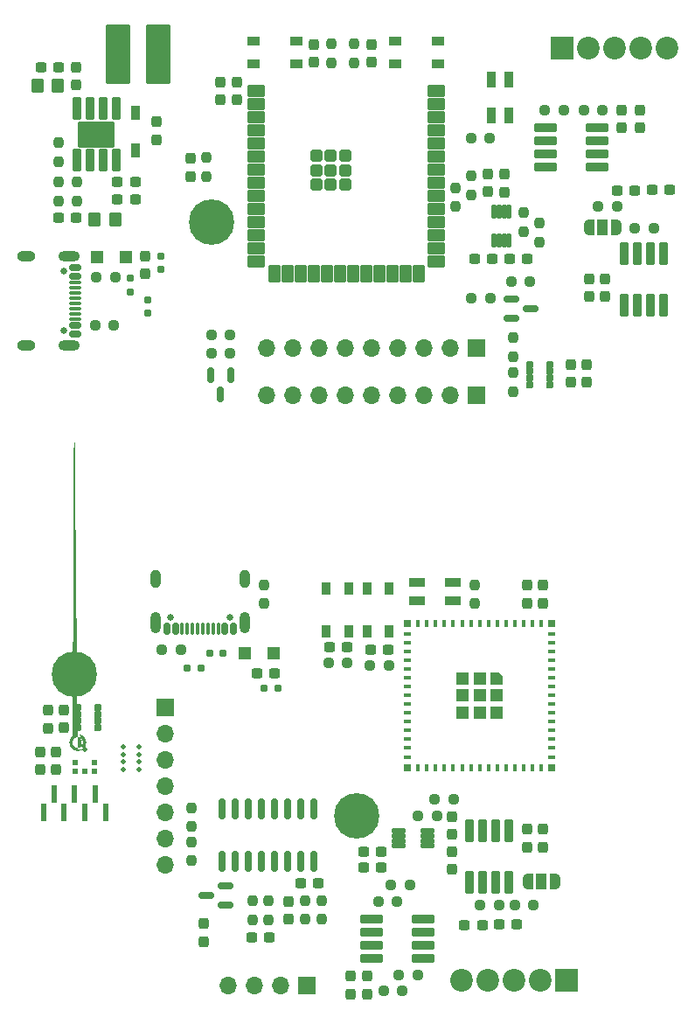
<source format=gbr>
%TF.GenerationSoftware,KiCad,Pcbnew,8.0.5*%
%TF.CreationDate,2024-10-21T14:51:29+02:00*%
%TF.ProjectId,both,626f7468-2e6b-4696-9361-645f70636258,rev?*%
%TF.SameCoordinates,Original*%
%TF.FileFunction,Soldermask,Top*%
%TF.FilePolarity,Negative*%
%FSLAX46Y46*%
G04 Gerber Fmt 4.6, Leading zero omitted, Abs format (unit mm)*
G04 Created by KiCad (PCBNEW 8.0.5) date 2024-10-21 14:51:29*
%MOMM*%
%LPD*%
G01*
G04 APERTURE LIST*
G04 Aperture macros list*
%AMRoundRect*
0 Rectangle with rounded corners*
0 $1 Rounding radius*
0 $2 $3 $4 $5 $6 $7 $8 $9 X,Y pos of 4 corners*
0 Add a 4 corners polygon primitive as box body*
4,1,4,$2,$3,$4,$5,$6,$7,$8,$9,$2,$3,0*
0 Add four circle primitives for the rounded corners*
1,1,$1+$1,$2,$3*
1,1,$1+$1,$4,$5*
1,1,$1+$1,$6,$7*
1,1,$1+$1,$8,$9*
0 Add four rect primitives between the rounded corners*
20,1,$1+$1,$2,$3,$4,$5,0*
20,1,$1+$1,$4,$5,$6,$7,0*
20,1,$1+$1,$6,$7,$8,$9,0*
20,1,$1+$1,$8,$9,$2,$3,0*%
%AMOutline5P*
0 Free polygon, 5 corners , with rotation*
0 The origin of the aperture is its center*
0 number of corners: always 5*
0 $1 to $10 corner X, Y*
0 $11 Rotation angle, in degrees counterclockwise*
0 create outline with 5 corners*
4,1,5,$1,$2,$3,$4,$5,$6,$7,$8,$9,$10,$1,$2,$11*%
%AMOutline6P*
0 Free polygon, 6 corners , with rotation*
0 The origin of the aperture is its center*
0 number of corners: always 6*
0 $1 to $12 corner X, Y*
0 $13 Rotation angle, in degrees counterclockwise*
0 create outline with 6 corners*
4,1,6,$1,$2,$3,$4,$5,$6,$7,$8,$9,$10,$11,$12,$1,$2,$13*%
%AMOutline7P*
0 Free polygon, 7 corners , with rotation*
0 The origin of the aperture is its center*
0 number of corners: always 7*
0 $1 to $14 corner X, Y*
0 $15 Rotation angle, in degrees counterclockwise*
0 create outline with 7 corners*
4,1,7,$1,$2,$3,$4,$5,$6,$7,$8,$9,$10,$11,$12,$13,$14,$1,$2,$15*%
%AMOutline8P*
0 Free polygon, 8 corners , with rotation*
0 The origin of the aperture is its center*
0 number of corners: always 8*
0 $1 to $16 corner X, Y*
0 $17 Rotation angle, in degrees counterclockwise*
0 create outline with 8 corners*
4,1,8,$1,$2,$3,$4,$5,$6,$7,$8,$9,$10,$11,$12,$13,$14,$15,$16,$1,$2,$17*%
%AMFreePoly0*
4,1,53,0.180798,1.454629,0.352531,1.394537,0.506585,1.297738,0.635238,1.169085,0.732037,1.015031,0.792129,0.843298,0.812500,0.662500,0.792129,0.481702,0.732037,0.309969,0.635238,0.155915,0.506585,0.027262,0.352531,-0.069537,0.180798,-0.129629,0.000000,-0.150000,-0.180798,-0.129629,-0.352531,-0.069537,-0.506585,0.027262,-0.635238,0.155915,-0.732037,0.309969,-0.792129,0.481702,
-0.812500,0.662500,-0.517770,0.662500,-0.496797,0.516627,-0.435576,0.382572,-0.339067,0.271196,-0.215089,0.191520,-0.073686,0.150000,0.073686,0.150000,0.215089,0.191520,0.339067,0.271196,0.435576,0.382572,0.496797,0.516627,0.517770,0.662500,0.496797,0.808373,0.435576,0.942428,0.339067,1.053804,0.215089,1.133480,0.073686,1.175000,-0.073686,1.175000,-0.215089,1.133480,
-0.339067,1.053804,-0.435576,0.942428,-0.496797,0.808373,-0.517770,0.662500,-0.812500,0.662500,-0.792129,0.843298,-0.732037,1.015031,-0.635238,1.169085,-0.506585,1.297738,-0.352531,1.394537,-0.180798,1.454629,0.000000,1.475000,0.180798,1.454629,0.180798,1.454629,$1*%
%AMFreePoly1*
4,1,19,0.000000,0.744911,0.071157,0.744911,0.207708,0.704816,0.327430,0.627875,0.420627,0.520320,0.479746,0.390866,0.500000,0.250000,0.500000,-0.250000,0.479746,-0.390866,0.420627,-0.520320,0.327430,-0.627875,0.207708,-0.704816,0.071157,-0.744911,0.000000,-0.744911,0.000000,-0.750000,-0.550000,-0.750000,-0.550000,0.750000,0.000000,0.750000,0.000000,0.744911,0.000000,0.744911,
$1*%
%AMFreePoly2*
4,1,19,0.550000,-0.750000,0.000000,-0.750000,0.000000,-0.744911,-0.071157,-0.744911,-0.207708,-0.704816,-0.327430,-0.627875,-0.420627,-0.520320,-0.479746,-0.390866,-0.500000,-0.250000,-0.500000,0.250000,-0.479746,0.390866,-0.420627,0.520320,-0.327430,0.627875,-0.207708,0.704816,-0.071157,0.744911,0.000000,0.744911,0.000000,0.750000,0.550000,0.750000,0.550000,-0.750000,0.550000,-0.750000,
$1*%
G04 Aperture macros list end*
%ADD10R,0.600000X0.522000*%
%ADD11FreePoly0,270.000000*%
%ADD12C,0.500000*%
%ADD13O,1.700000X1.700000*%
%ADD14R,1.700000X1.700000*%
%ADD15RoundRect,0.237500X0.250000X0.237500X-0.250000X0.237500X-0.250000X-0.237500X0.250000X-0.237500X0*%
%ADD16RoundRect,0.237500X-0.237500X0.300000X-0.237500X-0.300000X0.237500X-0.300000X0.237500X0.300000X0*%
%ADD17RoundRect,0.100500X0.986500X0.301500X-0.986500X0.301500X-0.986500X-0.301500X0.986500X-0.301500X0*%
%ADD18RoundRect,0.237500X0.300000X0.237500X-0.300000X0.237500X-0.300000X-0.237500X0.300000X-0.237500X0*%
%ADD19R,0.600000X1.750000*%
%ADD20RoundRect,0.237500X-0.250000X-0.237500X0.250000X-0.237500X0.250000X0.237500X-0.250000X0.237500X0*%
%ADD21RoundRect,0.102000X-0.240000X-0.200000X0.240000X-0.200000X0.240000X0.200000X-0.240000X0.200000X0*%
%ADD22C,0.700000*%
%ADD23C,4.400000*%
%ADD24RoundRect,0.237500X0.237500X-0.250000X0.237500X0.250000X-0.237500X0.250000X-0.237500X-0.250000X0*%
%ADD25RoundRect,0.081750X-0.265250X-0.245250X0.265250X-0.245250X0.265250X0.245250X-0.265250X0.245250X0*%
%ADD26RoundRect,0.237500X-0.300000X-0.237500X0.300000X-0.237500X0.300000X0.237500X-0.300000X0.237500X0*%
%ADD27RoundRect,0.237500X0.237500X-0.300000X0.237500X0.300000X-0.237500X0.300000X-0.237500X-0.300000X0*%
%ADD28R,1.200000X1.200000*%
%ADD29RoundRect,0.102000X0.240000X0.200000X-0.240000X0.200000X-0.240000X-0.200000X0.240000X-0.200000X0*%
%ADD30RoundRect,0.100500X-0.301500X0.986500X-0.301500X-0.986500X0.301500X-0.986500X0.301500X0.986500X0*%
%ADD31R,0.400000X0.800000*%
%ADD32R,0.800000X0.400000*%
%ADD33Outline5P,-0.600000X0.204000X-0.204000X0.600000X0.600000X0.600000X0.600000X-0.600000X-0.600000X-0.600000X270.000000*%
%ADD34R,0.800000X0.800000*%
%ADD35RoundRect,0.102000X0.325000X-0.525000X0.325000X0.525000X-0.325000X0.525000X-0.325000X-0.525000X0*%
%ADD36RoundRect,0.150000X0.150000X-0.850000X0.150000X0.850000X-0.150000X0.850000X-0.150000X-0.850000X0*%
%ADD37R,1.600000X0.850000*%
%ADD38RoundRect,0.102000X-0.325000X0.525000X-0.325000X-0.525000X0.325000X-0.525000X0.325000X0.525000X0*%
%ADD39FreePoly1,0.000000*%
%ADD40R,1.000000X1.500000*%
%ADD41FreePoly2,0.000000*%
%ADD42C,2.200000*%
%ADD43R,2.200000X2.200000*%
%ADD44RoundRect,0.150000X0.587500X0.150000X-0.587500X0.150000X-0.587500X-0.150000X0.587500X-0.150000X0*%
%ADD45RoundRect,0.059250X0.602750X0.177750X-0.602750X0.177750X-0.602750X-0.177750X0.602750X-0.177750X0*%
%ADD46O,1.000000X1.800000*%
%ADD47O,1.000000X2.100000*%
%ADD48RoundRect,0.150000X0.150000X0.425000X-0.150000X0.425000X-0.150000X-0.425000X0.150000X-0.425000X0*%
%ADD49RoundRect,0.075000X0.075000X0.500000X-0.075000X0.500000X-0.075000X-0.500000X0.075000X-0.500000X0*%
%ADD50C,0.650000*%
%ADD51RoundRect,0.237500X-0.237500X0.250000X-0.237500X-0.250000X0.237500X-0.250000X0.237500X0.250000X0*%
%ADD52R,0.850000X1.600000*%
%ADD53RoundRect,0.100500X-0.986500X-0.301500X0.986500X-0.301500X0.986500X0.301500X-0.986500X0.301500X0*%
%ADD54RoundRect,0.150000X-0.587500X-0.150000X0.587500X-0.150000X0.587500X0.150000X-0.587500X0.150000X0*%
%ADD55RoundRect,0.059250X-0.177750X0.602750X-0.177750X-0.602750X0.177750X-0.602750X0.177750X0.602750X0*%
%ADD56RoundRect,0.102000X0.200000X-0.240000X0.200000X0.240000X-0.200000X0.240000X-0.200000X-0.240000X0*%
%ADD57RoundRect,0.250000X-0.350000X-0.450000X0.350000X-0.450000X0.350000X0.450000X-0.350000X0.450000X0*%
%ADD58RoundRect,0.102000X-0.350000X0.600000X-0.350000X-0.600000X0.350000X-0.600000X0.350000X0.600000X0*%
%ADD59RoundRect,0.100500X0.301500X-0.986500X0.301500X0.986500X-0.301500X0.986500X-0.301500X-0.986500X0*%
%ADD60RoundRect,0.237500X-0.237500X0.287500X-0.237500X-0.287500X0.237500X-0.287500X0.237500X0.287500X0*%
%ADD61RoundRect,0.150000X-0.150000X0.587500X-0.150000X-0.587500X0.150000X-0.587500X0.150000X0.587500X0*%
%ADD62FreePoly2,180.000000*%
%ADD63FreePoly1,180.000000*%
%ADD64RoundRect,0.081750X0.265250X0.245250X-0.265250X0.245250X-0.265250X-0.245250X0.265250X-0.245250X0*%
%ADD65RoundRect,0.102000X-1.075000X-2.750000X1.075000X-2.750000X1.075000X2.750000X-1.075000X2.750000X0*%
%ADD66RoundRect,0.250000X0.350000X0.450000X-0.350000X0.450000X-0.350000X-0.450000X0.350000X-0.450000X0*%
%ADD67RoundRect,0.102000X-1.650000X1.205000X-1.650000X-1.205000X1.650000X-1.205000X1.650000X1.205000X0*%
%ADD68RoundRect,0.102000X-0.200000X0.240000X-0.200000X-0.240000X0.200000X-0.240000X0.200000X0.240000X0*%
%ADD69RoundRect,0.102000X-0.750000X-0.450000X0.750000X-0.450000X0.750000X0.450000X-0.750000X0.450000X0*%
%ADD70RoundRect,0.102000X-0.450000X-0.750000X0.450000X-0.750000X0.450000X0.750000X-0.450000X0.750000X0*%
%ADD71RoundRect,0.102000X-0.450000X-0.450000X0.450000X-0.450000X0.450000X0.450000X-0.450000X0.450000X0*%
%ADD72RoundRect,0.102000X-0.525000X-0.325000X0.525000X-0.325000X0.525000X0.325000X-0.525000X0.325000X0*%
%ADD73RoundRect,0.150000X-0.425000X0.150000X-0.425000X-0.150000X0.425000X-0.150000X0.425000X0.150000X0*%
%ADD74RoundRect,0.075000X-0.500000X0.075000X-0.500000X-0.075000X0.500000X-0.075000X0.500000X0.075000X0*%
%ADD75O,2.100000X1.000000*%
%ADD76O,1.800000X1.000000*%
G04 APERTURE END LIST*
D10*
%TO.C,MK1*%
X33574000Y-94469472D03*
X32674000Y-94469472D03*
X32674000Y-93647472D03*
D11*
X32911500Y-92395472D03*
D10*
X34474000Y-93647472D03*
X34474000Y-94469472D03*
D12*
X33574000Y-92395472D03*
%TD*%
D13*
%TO.C,J4*%
X47416000Y-115203472D03*
X49956000Y-115203472D03*
X52496000Y-115203472D03*
D14*
X55036000Y-115203472D03*
%TD*%
D15*
%TO.C,R12*%
X71867500Y-107456472D03*
X73692500Y-107456472D03*
%TD*%
D16*
%TO.C,C18*%
X60888000Y-116065972D03*
X60888000Y-114340972D03*
%TD*%
D12*
%TO.C,*%
X38782000Y-92105472D03*
%TD*%
D17*
%TO.C,U4*%
X61357000Y-112590472D03*
X61357000Y-111320472D03*
X61357000Y-110050472D03*
X61357000Y-108780472D03*
X66297000Y-108780472D03*
X66297000Y-110050472D03*
X66297000Y-111320472D03*
X66297000Y-112590472D03*
%TD*%
D18*
%TO.C,C16*%
X70329500Y-109355472D03*
X72054500Y-109355472D03*
%TD*%
D19*
%TO.C,J5*%
X35574000Y-98439472D03*
X34574000Y-96689472D03*
X33574000Y-98439472D03*
X32574000Y-96689472D03*
X31574000Y-98439472D03*
X30574000Y-96689472D03*
X29574000Y-98439472D03*
%TD*%
D20*
%TO.C,R17*%
X64340500Y-115711472D03*
X62515500Y-115711472D03*
%TD*%
D15*
%TO.C,R3*%
X65849500Y-98835472D03*
X67674500Y-98835472D03*
%TD*%
D13*
%TO.C,J3*%
X41330000Y-103519472D03*
X41330000Y-100979472D03*
X41330000Y-98439472D03*
X41330000Y-95899472D03*
X41330000Y-93359472D03*
X41330000Y-90819472D03*
D14*
X41330000Y-88279472D03*
%TD*%
D21*
%TO.C,D1*%
X44792000Y-84469472D03*
X43472000Y-84469472D03*
%TD*%
D22*
%TO.C,H1*%
X61522000Y-98820472D03*
X61038726Y-99987198D03*
X61038726Y-97653746D03*
X59872000Y-100470472D03*
D23*
X59872000Y-98820472D03*
D22*
X59872000Y-97170472D03*
X58705274Y-99987198D03*
X58705274Y-97653746D03*
X58222000Y-98820472D03*
%TD*%
D15*
%TO.C,R16*%
X63997000Y-114187472D03*
X65822000Y-114187472D03*
%TD*%
D24*
%TO.C,R19*%
X56520511Y-107018675D03*
X56520511Y-108843675D03*
%TD*%
D25*
%TO.C,U7*%
X32858000Y-88320472D03*
X32858000Y-88970472D03*
X32858000Y-89620472D03*
X32858000Y-90270472D03*
X34798000Y-90270472D03*
X34798000Y-89620472D03*
X34798000Y-88970472D03*
X34798000Y-88320472D03*
%TD*%
D26*
%TO.C,C23*%
X62258500Y-103773472D03*
X60533500Y-103773472D03*
%TD*%
D27*
%TO.C,C10*%
X76382000Y-76494972D03*
X76382000Y-78219972D03*
%TD*%
D15*
%TO.C,R10*%
X57181500Y-83961472D03*
X59006500Y-83961472D03*
%TD*%
D16*
%TO.C,C24*%
X69143000Y-104000972D03*
X69143000Y-102275972D03*
%TD*%
D28*
%TO.C,D2*%
X49074000Y-83085472D03*
X51874000Y-83085472D03*
%TD*%
D26*
%TO.C,C13*%
X51437500Y-110581472D03*
X49712500Y-110581472D03*
%TD*%
D29*
%TO.C,D3*%
X45634553Y-83089173D03*
X46954553Y-83089173D03*
%TD*%
D20*
%TO.C,R11*%
X77040500Y-107456472D03*
X75215500Y-107456472D03*
%TD*%
D12*
%TO.C,*%
X37282000Y-94355472D03*
%TD*%
D27*
%TO.C,C9*%
X77906000Y-76494972D03*
X77906000Y-78219972D03*
%TD*%
D24*
%TO.C,R8*%
X71302000Y-76444972D03*
X71302000Y-78269972D03*
%TD*%
D22*
%TO.C,H2*%
X34182000Y-85105472D03*
X33698726Y-86272198D03*
X33698726Y-83938746D03*
X32532000Y-86755472D03*
D23*
X32532000Y-85105472D03*
D22*
X32532000Y-83455472D03*
X31365274Y-86272198D03*
X31365274Y-83938746D03*
X30882000Y-85105472D03*
%TD*%
D30*
%TO.C,U6*%
X74604000Y-105227472D03*
X73334000Y-105227472D03*
X72064000Y-105227472D03*
X70794000Y-105227472D03*
X70794000Y-100287472D03*
X72064000Y-100287472D03*
X73334000Y-100287472D03*
X74604000Y-100287472D03*
%TD*%
D18*
%TO.C,C2*%
X50222096Y-85021852D03*
X51947096Y-85021852D03*
%TD*%
D16*
%TO.C,C14*%
X53268000Y-108807972D03*
X53268000Y-107082972D03*
%TD*%
D31*
%TO.C,U1*%
X77750000Y-80151472D03*
X76900000Y-80151472D03*
X76050000Y-80151472D03*
X75200000Y-80151472D03*
X74350000Y-80151472D03*
X73500000Y-80151472D03*
X72650000Y-80151472D03*
X71800000Y-80151472D03*
X70950000Y-80151472D03*
X70100000Y-80151472D03*
X69250000Y-80151472D03*
X68400000Y-80151472D03*
X67550000Y-80151472D03*
X66700000Y-80151472D03*
X65850000Y-80151472D03*
D32*
X64800000Y-81201472D03*
X64800000Y-82051472D03*
X64800000Y-82901472D03*
X64800000Y-83751472D03*
X64800000Y-84601472D03*
X64800000Y-85451472D03*
X64800000Y-86301472D03*
X64800000Y-87151472D03*
X64800000Y-88001472D03*
X64800000Y-88851472D03*
X64800000Y-89701472D03*
X64800000Y-90551472D03*
X64800000Y-91401472D03*
X64800000Y-92251472D03*
X64800000Y-93101472D03*
D31*
X65850000Y-94151472D03*
X66700000Y-94151472D03*
X67550000Y-94151472D03*
X68400000Y-94151472D03*
X69250000Y-94151472D03*
X70100000Y-94151472D03*
X70950000Y-94151472D03*
X71800000Y-94151472D03*
X72650000Y-94151472D03*
X73500000Y-94151472D03*
X74350000Y-94151472D03*
X75200000Y-94151472D03*
X76050000Y-94151472D03*
X76900000Y-94151472D03*
X77750000Y-94151472D03*
D32*
X78800000Y-93101472D03*
X78800000Y-92251472D03*
X78800000Y-91401472D03*
X78800000Y-90551472D03*
X78800000Y-89701472D03*
X78800000Y-88851472D03*
X78800000Y-88001472D03*
X78800000Y-87151472D03*
X78800000Y-86301472D03*
X78800000Y-85451472D03*
X78800000Y-84601472D03*
X78800000Y-83751472D03*
X78800000Y-82901472D03*
X78800000Y-82051472D03*
X78800000Y-81201472D03*
D33*
X73450000Y-85501472D03*
D28*
X71800000Y-85501472D03*
X70150000Y-85501472D03*
X73450000Y-87151472D03*
X71800000Y-87151472D03*
X70150000Y-87151472D03*
X73450000Y-88801472D03*
X71800000Y-88801472D03*
X70150000Y-88801472D03*
D34*
X78800000Y-80151472D03*
X64800000Y-80151472D03*
X64800000Y-94151472D03*
X78800000Y-94151472D03*
%TD*%
D24*
%TO.C,R1*%
X43870000Y-98034972D03*
X43870000Y-99859972D03*
%TD*%
D15*
%TO.C,R7*%
X41039500Y-82691472D03*
X42864500Y-82691472D03*
%TD*%
D35*
%TO.C,SW1*%
X63038000Y-76763472D03*
X63038000Y-80913472D03*
X60888000Y-76763472D03*
X60888000Y-80913472D03*
%TD*%
D12*
%TO.C,*%
X37282000Y-93605472D03*
%TD*%
D36*
%TO.C,U5*%
X46892000Y-98175472D03*
X48162000Y-98175472D03*
X49432000Y-98175472D03*
X50702000Y-98175472D03*
X51972000Y-98175472D03*
X53242000Y-98175472D03*
X54512000Y-98175472D03*
X55782000Y-98175472D03*
X55782000Y-103175472D03*
X54512000Y-103175472D03*
X53242000Y-103175472D03*
X51972000Y-103175472D03*
X50702000Y-103175472D03*
X49432000Y-103175472D03*
X48162000Y-103175472D03*
X46892000Y-103175472D03*
%TD*%
D21*
%TO.C,D4*%
X52240938Y-86494868D03*
X50920938Y-86494868D03*
%TD*%
D16*
%TO.C,C7*%
X31542000Y-90284972D03*
X31542000Y-88559972D03*
%TD*%
D37*
%TO.C,D5*%
X69242000Y-76228472D03*
X69242000Y-77978472D03*
X65742000Y-77978472D03*
X65742000Y-76228472D03*
%TD*%
D20*
%TO.C,R5*%
X63832500Y-107075472D03*
X62007500Y-107075472D03*
%TD*%
D16*
%TO.C,C11*%
X45114000Y-110975972D03*
X45114000Y-109250972D03*
%TD*%
D20*
%TO.C,R9*%
X62994500Y-84215472D03*
X61169500Y-84215472D03*
%TD*%
D12*
%TO.C,*%
X38782000Y-92855472D03*
%TD*%
%TO.C,*%
X37282000Y-92105472D03*
%TD*%
%TO.C,*%
X38782000Y-93605472D03*
%TD*%
D27*
%TO.C,C22*%
X76382000Y-100116972D03*
X76382000Y-101841972D03*
%TD*%
D38*
%TO.C,SW2*%
X56960000Y-80913472D03*
X56960000Y-76763472D03*
X59110000Y-80913472D03*
X59110000Y-76763472D03*
%TD*%
D20*
%TO.C,R18*%
X65042329Y-105520925D03*
X63217329Y-105520925D03*
%TD*%
D24*
%TO.C,R13*%
X49813000Y-107025472D03*
X49813000Y-108850472D03*
%TD*%
%TO.C,R14*%
X51337000Y-107025472D03*
X51337000Y-108850472D03*
%TD*%
D18*
%TO.C,C20*%
X60533500Y-102249472D03*
X62258500Y-102249472D03*
%TD*%
D16*
%TO.C,C5*%
X30780000Y-94330072D03*
X30780000Y-92605072D03*
%TD*%
D24*
%TO.C,R2*%
X43870000Y-101336972D03*
X43870000Y-103161972D03*
%TD*%
%TO.C,R15*%
X54898441Y-107018040D03*
X54898441Y-108843040D03*
%TD*%
D15*
%TO.C,R4*%
X67439500Y-97225472D03*
X69264500Y-97225472D03*
%TD*%
D27*
%TO.C,C21*%
X77906000Y-100116972D03*
X77906000Y-101841972D03*
%TD*%
D16*
%TO.C,C8*%
X29980000Y-90325972D03*
X29980000Y-88600972D03*
%TD*%
D26*
%TO.C,C4*%
X58956500Y-82437472D03*
X57231500Y-82437472D03*
%TD*%
D39*
%TO.C,JP1*%
X79079000Y-105170472D03*
D40*
X77779000Y-105170472D03*
D41*
X76479000Y-105170472D03*
%TD*%
D42*
%TO.C,J2*%
X70032000Y-114725472D03*
X72572000Y-114725472D03*
X75112000Y-114725472D03*
X77652000Y-114725472D03*
D43*
X80192000Y-114725472D03*
%TD*%
D44*
%TO.C,Q2*%
X45319500Y-106517472D03*
X47194500Y-105567472D03*
X47194500Y-107467472D03*
%TD*%
D45*
%TO.C,U2*%
X63928000Y-101729472D03*
X63928000Y-101229472D03*
X63928000Y-100729472D03*
X63928000Y-100229472D03*
X66738000Y-100229472D03*
X66738000Y-100729472D03*
X66738000Y-101229472D03*
X66738000Y-101729472D03*
%TD*%
D16*
%TO.C,C6*%
X29256000Y-94330072D03*
X29256000Y-92605072D03*
%TD*%
D12*
%TO.C,*%
X38782000Y-94355472D03*
%TD*%
D24*
%TO.C,R6*%
X50922000Y-76442972D03*
X50922000Y-78267972D03*
%TD*%
D18*
%TO.C,C3*%
X61219500Y-82691472D03*
X62944500Y-82691472D03*
%TD*%
D26*
%TO.C,C17*%
X75420500Y-109320972D03*
X73695500Y-109320972D03*
%TD*%
D16*
%TO.C,C1*%
X69143000Y-100625472D03*
X69143000Y-98900472D03*
%TD*%
D18*
%TO.C,C15*%
X54437500Y-105297472D03*
X56162500Y-105297472D03*
%TD*%
D12*
%TO.C,*%
X37282000Y-92855472D03*
%TD*%
D46*
%TO.C,J1*%
X40414000Y-75904472D03*
D47*
X40414000Y-80084472D03*
D46*
X49054000Y-75904472D03*
D47*
X49054000Y-80084472D03*
D48*
X47934000Y-80659472D03*
X47134000Y-80659472D03*
D49*
X46484000Y-80659472D03*
X45484000Y-80659472D03*
X43984000Y-80659472D03*
X42984000Y-80659472D03*
D48*
X42334000Y-80659472D03*
X41534000Y-80659472D03*
X41534000Y-80659472D03*
X42334000Y-80659472D03*
D49*
X43484000Y-80659472D03*
X44484000Y-80659472D03*
X44984000Y-80659472D03*
X45984000Y-80659472D03*
D48*
X47134000Y-80659472D03*
X47934000Y-80659472D03*
D50*
X41844000Y-79584472D03*
X47624000Y-79584472D03*
%TD*%
D16*
%TO.C,C19*%
X59294000Y-116065972D03*
X59294000Y-114340972D03*
%TD*%
D28*
%TO.C,D1*%
X37580796Y-44706000D03*
X34780796Y-44706000D03*
%TD*%
D24*
%TO.C,R20*%
X31022000Y-35452500D03*
X31022000Y-33627500D03*
%TD*%
D16*
%TO.C,C17*%
X82429000Y-46823500D03*
X82429000Y-48548500D03*
%TD*%
D24*
%TO.C,R3*%
X45337000Y-36924500D03*
X45337000Y-35099500D03*
%TD*%
D20*
%TO.C,R1*%
X34670796Y-46696000D03*
X36495796Y-46696000D03*
%TD*%
D51*
%TO.C,R5*%
X59646000Y-24072500D03*
X59646000Y-25897500D03*
%TD*%
D26*
%TO.C,C20*%
X31012271Y-40875035D03*
X32737271Y-40875035D03*
%TD*%
D52*
%TO.C,D6*%
X74668000Y-27535000D03*
X72918000Y-27535000D03*
X72918000Y-31035000D03*
X74668000Y-31035000D03*
%TD*%
D26*
%TO.C,C5*%
X29299500Y-26309000D03*
X31024500Y-26309000D03*
%TD*%
D16*
%TO.C,C22*%
X83953000Y-46823500D03*
X83953000Y-48548500D03*
%TD*%
D14*
%TO.C,J5*%
X71507000Y-58100000D03*
D13*
X68967000Y-58100000D03*
X66427000Y-58100000D03*
X63887000Y-58100000D03*
X61347000Y-58100000D03*
X58807000Y-58100000D03*
X56267000Y-58100000D03*
X53727000Y-58100000D03*
X51187000Y-58100000D03*
%TD*%
D20*
%TO.C,R14*%
X81899500Y-30512000D03*
X83724500Y-30512000D03*
%TD*%
D26*
%TO.C,C18*%
X88474500Y-38212000D03*
X90199500Y-38212000D03*
%TD*%
D51*
%TO.C,R23*%
X31022000Y-37437500D03*
X31022000Y-39262500D03*
%TD*%
D53*
%TO.C,U3*%
X78217000Y-32207000D03*
X78217000Y-33477000D03*
X78217000Y-34747000D03*
X78217000Y-36017000D03*
X83157000Y-36017000D03*
X83157000Y-34747000D03*
X83157000Y-33477000D03*
X83157000Y-32207000D03*
%TD*%
D27*
%TO.C,C4*%
X32687035Y-28063455D03*
X32687035Y-26338455D03*
%TD*%
D51*
%TO.C,R11*%
X70999000Y-36867500D03*
X70999000Y-38692500D03*
%TD*%
D27*
%TO.C,C12*%
X85513000Y-32180500D03*
X85513000Y-30455500D03*
%TD*%
D20*
%TO.C,R2*%
X34566296Y-51337000D03*
X36391296Y-51337000D03*
%TD*%
D15*
%TO.C,R17*%
X47631000Y-54036000D03*
X45806000Y-54036000D03*
%TD*%
D27*
%TO.C,C10*%
X55780000Y-25835000D03*
X55780000Y-24110000D03*
%TD*%
D54*
%TO.C,Q2*%
X74887000Y-48762000D03*
X74887000Y-50662000D03*
X76762000Y-49712000D03*
%TD*%
D16*
%TO.C,C1*%
X39428796Y-44599500D03*
X39428796Y-46324500D03*
%TD*%
D55*
%TO.C,U2*%
X74670000Y-40300500D03*
X74170000Y-40300500D03*
X73670000Y-40300500D03*
X73170000Y-40300500D03*
X73170000Y-43110500D03*
X73670000Y-43110500D03*
X74170000Y-43110500D03*
X74670000Y-43110500D03*
%TD*%
D51*
%TO.C,R22*%
X32800000Y-37437500D03*
X32800000Y-39262500D03*
%TD*%
D24*
%TO.C,R9*%
X75080000Y-57742500D03*
X75080000Y-55917500D03*
%TD*%
D16*
%TO.C,C24*%
X72629797Y-36663500D03*
X72629797Y-38388500D03*
%TD*%
D20*
%TO.C,R24*%
X45806000Y-52258000D03*
X47631000Y-52258000D03*
%TD*%
D27*
%TO.C,C9*%
X61368000Y-25847500D03*
X61368000Y-24122500D03*
%TD*%
D20*
%TO.C,R7*%
X70949500Y-33162000D03*
X72774500Y-33162000D03*
%TD*%
D56*
%TO.C,D4*%
X40903796Y-45922000D03*
X40903796Y-44602000D03*
%TD*%
%TO.C,D2*%
X39678796Y-50147000D03*
X39678796Y-48827000D03*
%TD*%
D16*
%TO.C,C16*%
X74177000Y-36679500D03*
X74177000Y-38404500D03*
%TD*%
D57*
%TO.C,R19*%
X34531732Y-41108943D03*
X36531732Y-41108943D03*
%TD*%
D16*
%TO.C,C21*%
X40547000Y-31610000D03*
X40547000Y-33335000D03*
%TD*%
D24*
%TO.C,R25*%
X76079000Y-42248500D03*
X76079000Y-40423500D03*
%TD*%
D20*
%TO.C,R16*%
X74849500Y-47062000D03*
X76674500Y-47062000D03*
%TD*%
D58*
%TO.C,D7*%
X38515000Y-34423000D03*
X38515000Y-30723000D03*
%TD*%
D59*
%TO.C,U7*%
X85782000Y-49332000D03*
X87052000Y-49332000D03*
X88322000Y-49332000D03*
X89592000Y-49332000D03*
X89592000Y-44392000D03*
X88322000Y-44392000D03*
X87052000Y-44392000D03*
X85782000Y-44392000D03*
%TD*%
D15*
%TO.C,R13*%
X79949500Y-30487000D03*
X78124500Y-30487000D03*
%TD*%
D27*
%TO.C,C14*%
X80645000Y-56836000D03*
X80645000Y-55111000D03*
%TD*%
D18*
%TO.C,C19*%
X86824500Y-38237000D03*
X85099500Y-38237000D03*
%TD*%
D60*
%TO.C,D5*%
X43787000Y-35137000D03*
X43787000Y-36887000D03*
%TD*%
D24*
%TO.C,R12*%
X77603000Y-43264500D03*
X77603000Y-41439500D03*
%TD*%
D26*
%TO.C,C11*%
X74708500Y-44892000D03*
X76433500Y-44892000D03*
%TD*%
D22*
%TO.C,H1*%
X47503000Y-41336000D03*
X47019726Y-42502726D03*
X47019726Y-40169274D03*
X45853000Y-42986000D03*
D23*
X45853000Y-41336000D03*
D22*
X45853000Y-39686000D03*
X44686274Y-42502726D03*
X44686274Y-40169274D03*
X44203000Y-41336000D03*
%TD*%
D26*
%TO.C,C23*%
X71306000Y-44892000D03*
X73031000Y-44892000D03*
%TD*%
D51*
%TO.C,R6*%
X57480000Y-24072500D03*
X57480000Y-25897500D03*
%TD*%
D27*
%TO.C,C6*%
X46667000Y-29464500D03*
X46667000Y-27739500D03*
%TD*%
D20*
%TO.C,R26*%
X83274500Y-39812000D03*
X85099500Y-39812000D03*
%TD*%
D61*
%TO.C,Q3*%
X47668500Y-56146500D03*
X45768500Y-56146500D03*
X46718500Y-58021500D03*
%TD*%
D27*
%TO.C,C7*%
X48282000Y-29464500D03*
X48282000Y-27739500D03*
%TD*%
%TO.C,C13*%
X87291000Y-32180500D03*
X87291000Y-30455500D03*
%TD*%
D51*
%TO.C,R8*%
X75080000Y-52512000D03*
X75080000Y-54337000D03*
%TD*%
D62*
%TO.C,JP1*%
X85007500Y-41852000D03*
D40*
X83707500Y-41852000D03*
D63*
X82407500Y-41852000D03*
%TD*%
D64*
%TO.C,U4*%
X76627000Y-57040500D03*
X76627000Y-56390500D03*
X76627000Y-55740500D03*
X76627000Y-55090500D03*
X78567000Y-55090500D03*
X78567000Y-55740500D03*
X78567000Y-56390500D03*
X78567000Y-57040500D03*
%TD*%
D26*
%TO.C,C3*%
X36737000Y-39112000D03*
X38462000Y-39112000D03*
%TD*%
D65*
%TO.C,L1*%
X36812000Y-25037000D03*
X40662000Y-25037000D03*
%TD*%
D66*
%TO.C,R21*%
X30971231Y-28086832D03*
X28971231Y-28086832D03*
%TD*%
D27*
%TO.C,C15*%
X82192000Y-56830000D03*
X82192000Y-55105000D03*
%TD*%
D26*
%TO.C,C2*%
X36737000Y-37421000D03*
X38462000Y-37421000D03*
%TD*%
D43*
%TO.C,J2*%
X79807000Y-24462000D03*
D42*
X82347000Y-24462000D03*
X84887000Y-24462000D03*
X87427000Y-24462000D03*
X89967000Y-24462000D03*
%TD*%
D30*
%TO.C,U9*%
X36610000Y-30352000D03*
X35340000Y-30352000D03*
X34070000Y-30352000D03*
X32800000Y-30352000D03*
X32800000Y-35302000D03*
X34070000Y-35302000D03*
X35340000Y-35302000D03*
X36610000Y-35302000D03*
D67*
X34705000Y-32827000D03*
%TD*%
D14*
%TO.C,J6*%
X71507000Y-53528000D03*
D13*
X68967000Y-53528000D03*
X66427000Y-53528000D03*
X63887000Y-53528000D03*
X61347000Y-53528000D03*
X58807000Y-53528000D03*
X56267000Y-53528000D03*
X53727000Y-53528000D03*
X51187000Y-53528000D03*
%TD*%
D20*
%TO.C,R18*%
X71023500Y-48696000D03*
X72848500Y-48696000D03*
%TD*%
D51*
%TO.C,R10*%
X69475000Y-37987000D03*
X69475000Y-39812000D03*
%TD*%
D68*
%TO.C,D3*%
X37953796Y-46764500D03*
X37953796Y-48084500D03*
%TD*%
D69*
%TO.C,U1*%
X50132000Y-28602000D03*
X50132000Y-29872000D03*
X50132000Y-31142000D03*
X50132000Y-32412000D03*
X50132000Y-33682000D03*
X50132000Y-34952000D03*
X50132000Y-36222000D03*
X50132000Y-37492000D03*
X50132000Y-38762000D03*
X50132000Y-40032000D03*
X50132000Y-41302000D03*
X50132000Y-42572000D03*
X50132000Y-43842000D03*
X50132000Y-45112000D03*
D70*
X51897000Y-46362000D03*
X53167000Y-46362000D03*
X54437000Y-46362000D03*
X55707000Y-46362000D03*
X56977000Y-46362000D03*
X58247000Y-46362000D03*
X59517000Y-46362000D03*
X60787000Y-46362000D03*
X62057000Y-46362000D03*
X63327000Y-46362000D03*
X64597000Y-46362000D03*
X65867000Y-46362000D03*
D69*
X67632000Y-45112000D03*
X67632000Y-43842000D03*
X67632000Y-42572000D03*
X67632000Y-41302000D03*
X67632000Y-40032000D03*
X67632000Y-38762000D03*
X67632000Y-37492000D03*
X67632000Y-36222000D03*
X67632000Y-34952000D03*
X67632000Y-33682000D03*
X67632000Y-32412000D03*
X67632000Y-31142000D03*
X67632000Y-29872000D03*
X67632000Y-28602000D03*
D71*
X55982000Y-34922000D03*
X57382000Y-34922000D03*
X58782000Y-34922000D03*
X55982000Y-36322000D03*
X57382000Y-36322000D03*
X58782000Y-36322000D03*
X55982000Y-37722000D03*
X57382000Y-37722000D03*
X58782000Y-37722000D03*
%TD*%
D72*
%TO.C,SW1*%
X63633000Y-23810000D03*
X67783000Y-23810000D03*
X63633000Y-25960000D03*
X67783000Y-25960000D03*
%TD*%
%TO.C,SW2*%
X49883000Y-23810000D03*
X54033000Y-23810000D03*
X49883000Y-25960000D03*
X54033000Y-25960000D03*
%TD*%
D20*
%TO.C,R15*%
X86849500Y-41912000D03*
X88674500Y-41912000D03*
%TD*%
D50*
%TO.C,J1*%
X31535796Y-46066000D03*
X31535796Y-51846000D03*
D73*
X32610796Y-45756000D03*
X32610796Y-46556000D03*
D74*
X32610796Y-47706000D03*
X32610796Y-48706000D03*
X32610796Y-49206000D03*
X32610796Y-50206000D03*
D73*
X32610796Y-51356000D03*
X32610796Y-52156000D03*
X32610796Y-52156000D03*
X32610796Y-51356000D03*
D74*
X32610796Y-50706000D03*
X32610796Y-49706000D03*
X32610796Y-48206000D03*
X32610796Y-47206000D03*
D73*
X32610796Y-46556000D03*
X32610796Y-45756000D03*
D75*
X32035796Y-44636000D03*
D76*
X27855796Y-44636000D03*
D75*
X32035796Y-53276000D03*
D76*
X27855796Y-53276000D03*
%TD*%
M02*

</source>
